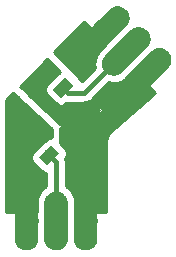
<source format=gbr>
G04 #@! TF.GenerationSoftware,KiCad,Pcbnew,(2017-05-31 revision c0bb8a30c)-makepkg*
G04 #@! TF.CreationDate,2017-07-13T16:12:16-05:00*
G04 #@! TF.ProjectId,45 Neo,3435204E656F2E6B696361645F706362,rev?*
G04 #@! TF.FileFunction,Copper,L1,Top,Signal*
G04 #@! TF.FilePolarity,Positive*
%FSLAX46Y46*%
G04 Gerber Fmt 4.6, Leading zero omitted, Abs format (unit mm)*
G04 Created by KiCad (PCBNEW (2017-05-31 revision c0bb8a30c)-makepkg) date 07/13/17 16:12:16*
%MOMM*%
%LPD*%
G01*
G04 APERTURE LIST*
%ADD10C,0.100000*%
%ADD11C,0.600000*%
%ADD12C,2.000000*%
%ADD13C,1.000000*%
%ADD14C,0.750000*%
%ADD15C,0.400000*%
%ADD16C,0.254000*%
G04 APERTURE END LIST*
D10*
D11*
X4950000Y4800000D03*
X1850000Y5200000D03*
X6100000Y1100000D03*
D10*
G36*
X8916140Y6077776D02*
X9013213Y6063376D01*
X9108408Y6039531D01*
X9200806Y6006471D01*
X9289520Y5964512D01*
X9373693Y5914061D01*
X9452516Y5855601D01*
X9525230Y5789698D01*
X9525232Y5789696D01*
X9591135Y5716982D01*
X9649595Y5638159D01*
X9700046Y5553986D01*
X9742005Y5465272D01*
X9775065Y5372874D01*
X9798910Y5277679D01*
X9813310Y5180606D01*
X9818125Y5082589D01*
X9813310Y4984572D01*
X9798910Y4887499D01*
X9775065Y4792304D01*
X9742005Y4699906D01*
X9700046Y4611192D01*
X9649595Y4527019D01*
X9591135Y4448196D01*
X9525232Y4375482D01*
X7403912Y2254162D01*
X7331198Y2188259D01*
X7252375Y2129799D01*
X7168202Y2079348D01*
X7079488Y2037389D01*
X6987090Y2004329D01*
X6891895Y1980484D01*
X6794822Y1966084D01*
X6696805Y1961269D01*
X6598788Y1966084D01*
X6501715Y1980484D01*
X6406520Y2004329D01*
X6314122Y2037389D01*
X6225408Y2079348D01*
X6141235Y2129799D01*
X6062412Y2188259D01*
X5989698Y2254162D01*
X5989696Y2254164D01*
X5923793Y2326878D01*
X5865333Y2405701D01*
X5814882Y2489874D01*
X5772923Y2578588D01*
X5739863Y2670986D01*
X5716018Y2766181D01*
X5701618Y2863254D01*
X5696803Y2961271D01*
X5701618Y3059288D01*
X5716018Y3156361D01*
X5739863Y3251556D01*
X5772923Y3343954D01*
X5814882Y3432668D01*
X5865333Y3516841D01*
X5923793Y3595664D01*
X5989696Y3668378D01*
X8111016Y5789698D01*
X8183730Y5855601D01*
X8262553Y5914061D01*
X8346726Y5964512D01*
X8435440Y6006471D01*
X8527838Y6039531D01*
X8623033Y6063376D01*
X8720106Y6077776D01*
X8818123Y6082591D01*
X8916140Y6077776D01*
X8916140Y6077776D01*
G37*
D12*
X7757464Y4021930D03*
D10*
G36*
X5380606Y9613310D02*
X5477679Y9598910D01*
X5572874Y9575065D01*
X5665272Y9542005D01*
X5753986Y9500046D01*
X5838159Y9449595D01*
X5916982Y9391135D01*
X5989696Y9325232D01*
X5989698Y9325230D01*
X6055601Y9252516D01*
X6114061Y9173693D01*
X6164512Y9089520D01*
X6206471Y9000806D01*
X6239531Y8908408D01*
X6263376Y8813213D01*
X6277776Y8716140D01*
X6282591Y8618123D01*
X6277776Y8520106D01*
X6263376Y8423033D01*
X6239531Y8327838D01*
X6206471Y8235440D01*
X6164512Y8146726D01*
X6114061Y8062553D01*
X6055601Y7983730D01*
X5989698Y7911016D01*
X3868378Y5789696D01*
X3795664Y5723793D01*
X3716841Y5665333D01*
X3632668Y5614882D01*
X3543954Y5572923D01*
X3451556Y5539863D01*
X3356361Y5516018D01*
X3259288Y5501618D01*
X3161271Y5496803D01*
X3063254Y5501618D01*
X2966181Y5516018D01*
X2870986Y5539863D01*
X2778588Y5572923D01*
X2689874Y5614882D01*
X2605701Y5665333D01*
X2526878Y5723793D01*
X2454164Y5789696D01*
X2454162Y5789698D01*
X2388259Y5862412D01*
X2329799Y5941235D01*
X2279348Y6025408D01*
X2237389Y6114122D01*
X2204329Y6206520D01*
X2180484Y6301715D01*
X2166084Y6398788D01*
X2161269Y6496805D01*
X2166084Y6594822D01*
X2180484Y6691895D01*
X2204329Y6787090D01*
X2237389Y6879488D01*
X2279348Y6968202D01*
X2329799Y7052375D01*
X2388259Y7131198D01*
X2454162Y7203912D01*
X4575482Y9325232D01*
X4648196Y9391135D01*
X4727019Y9449595D01*
X4811192Y9500046D01*
X4899906Y9542005D01*
X4992304Y9575065D01*
X5087499Y9598910D01*
X5184572Y9613310D01*
X5282589Y9618125D01*
X5380606Y9613310D01*
X5380606Y9613310D01*
G37*
D12*
X4221930Y7557464D03*
D10*
G36*
X7148373Y7845543D02*
X7245446Y7831143D01*
X7340641Y7807298D01*
X7433039Y7774238D01*
X7521753Y7732279D01*
X7605926Y7681828D01*
X7684749Y7623368D01*
X7757463Y7557465D01*
X7757465Y7557463D01*
X7823368Y7484749D01*
X7881828Y7405926D01*
X7932279Y7321753D01*
X7974238Y7233039D01*
X8007298Y7140641D01*
X8031143Y7045446D01*
X8045543Y6948373D01*
X8050358Y6850356D01*
X8045543Y6752339D01*
X8031143Y6655266D01*
X8007298Y6560071D01*
X7974238Y6467673D01*
X7932279Y6378959D01*
X7881828Y6294786D01*
X7823368Y6215963D01*
X7757465Y6143249D01*
X5636145Y4021929D01*
X5563431Y3956026D01*
X5484608Y3897566D01*
X5400435Y3847115D01*
X5311721Y3805156D01*
X5219323Y3772096D01*
X5124128Y3748251D01*
X5027055Y3733851D01*
X4929038Y3729036D01*
X4831021Y3733851D01*
X4733948Y3748251D01*
X4638753Y3772096D01*
X4546355Y3805156D01*
X4457641Y3847115D01*
X4373468Y3897566D01*
X4294645Y3956026D01*
X4221931Y4021929D01*
X4221929Y4021931D01*
X4156026Y4094645D01*
X4097566Y4173468D01*
X4047115Y4257641D01*
X4005156Y4346355D01*
X3972096Y4438753D01*
X3948251Y4533948D01*
X3933851Y4631021D01*
X3929036Y4729038D01*
X3933851Y4827055D01*
X3948251Y4924128D01*
X3972096Y5019323D01*
X4005156Y5111721D01*
X4047115Y5200435D01*
X4097566Y5284608D01*
X4156026Y5363431D01*
X4221929Y5436145D01*
X6343249Y7557465D01*
X6415963Y7623368D01*
X6494786Y7681828D01*
X6578959Y7732279D01*
X6667673Y7774238D01*
X6760071Y7807298D01*
X6855266Y7831143D01*
X6952339Y7845543D01*
X7050356Y7850358D01*
X7148373Y7845543D01*
X7148373Y7845543D01*
G37*
D12*
X5989697Y5789697D03*
D13*
X-2813782Y-751041D03*
D10*
G36*
X-2637005Y132842D02*
X-1929899Y-574264D01*
X-2990559Y-1634924D01*
X-3697665Y-927818D01*
X-2637005Y132842D01*
X-2637005Y132842D01*
G37*
D13*
X-551041Y-3013782D03*
D10*
G36*
X-374264Y-2129899D02*
X332842Y-2837005D01*
X-727818Y-3897665D01*
X-1434924Y-3190559D01*
X-374264Y-2129899D01*
X-374264Y-2129899D01*
G37*
D13*
X2913782Y451041D03*
D10*
G36*
X3090559Y1334924D02*
X3797665Y627818D01*
X2737005Y-432842D01*
X2029899Y274264D01*
X3090559Y1334924D01*
X3090559Y1334924D01*
G37*
D13*
X651041Y2713782D03*
D10*
G36*
X827818Y3597665D02*
X1534924Y2890559D01*
X474264Y1829899D01*
X-232842Y2537005D01*
X827818Y3597665D01*
X827818Y3597665D01*
G37*
G36*
X148018Y-6054815D02*
X245091Y-6069215D01*
X340286Y-6093060D01*
X432684Y-6126120D01*
X521398Y-6168079D01*
X605571Y-6218530D01*
X684394Y-6276990D01*
X757108Y-6342893D01*
X823011Y-6415607D01*
X881471Y-6494430D01*
X931922Y-6578603D01*
X973881Y-6667317D01*
X1006941Y-6759715D01*
X1030786Y-6854910D01*
X1045186Y-6951983D01*
X1050001Y-7050000D01*
X1050001Y-10050000D01*
X1045186Y-10148017D01*
X1030786Y-10245090D01*
X1006941Y-10340285D01*
X973881Y-10432683D01*
X931922Y-10521397D01*
X881471Y-10605570D01*
X823011Y-10684393D01*
X757108Y-10757107D01*
X684394Y-10823010D01*
X605571Y-10881470D01*
X521398Y-10931921D01*
X432684Y-10973880D01*
X340286Y-11006940D01*
X245091Y-11030785D01*
X148018Y-11045185D01*
X50001Y-11050000D01*
X49999Y-11050000D01*
X-48018Y-11045185D01*
X-145091Y-11030785D01*
X-240286Y-11006940D01*
X-332684Y-10973880D01*
X-421398Y-10931921D01*
X-505571Y-10881470D01*
X-584394Y-10823010D01*
X-657108Y-10757107D01*
X-723011Y-10684393D01*
X-781471Y-10605570D01*
X-831922Y-10521397D01*
X-873881Y-10432683D01*
X-906941Y-10340285D01*
X-930786Y-10245090D01*
X-945186Y-10148017D01*
X-950001Y-10050000D01*
X-950001Y-7050000D01*
X-945186Y-6951983D01*
X-930786Y-6854910D01*
X-906941Y-6759715D01*
X-873881Y-6667317D01*
X-831922Y-6578603D01*
X-781471Y-6494430D01*
X-723011Y-6415607D01*
X-657108Y-6342893D01*
X-584394Y-6276990D01*
X-505571Y-6218530D01*
X-421398Y-6168079D01*
X-332684Y-6126120D01*
X-240286Y-6093060D01*
X-145091Y-6069215D01*
X-48018Y-6054815D01*
X49999Y-6050000D01*
X50001Y-6050000D01*
X148018Y-6054815D01*
X148018Y-6054815D01*
G37*
D12*
X50000Y-8550000D03*
D10*
G36*
X2648018Y-6054815D02*
X2745091Y-6069215D01*
X2840286Y-6093060D01*
X2932684Y-6126120D01*
X3021398Y-6168079D01*
X3105571Y-6218530D01*
X3184394Y-6276990D01*
X3257108Y-6342893D01*
X3323011Y-6415607D01*
X3381471Y-6494430D01*
X3431922Y-6578603D01*
X3473881Y-6667317D01*
X3506941Y-6759715D01*
X3530786Y-6854910D01*
X3545186Y-6951983D01*
X3550001Y-7050000D01*
X3550001Y-10050000D01*
X3545186Y-10148017D01*
X3530786Y-10245090D01*
X3506941Y-10340285D01*
X3473881Y-10432683D01*
X3431922Y-10521397D01*
X3381471Y-10605570D01*
X3323011Y-10684393D01*
X3257108Y-10757107D01*
X3184394Y-10823010D01*
X3105571Y-10881470D01*
X3021398Y-10931921D01*
X2932684Y-10973880D01*
X2840286Y-11006940D01*
X2745091Y-11030785D01*
X2648018Y-11045185D01*
X2550001Y-11050000D01*
X2549999Y-11050000D01*
X2451982Y-11045185D01*
X2354909Y-11030785D01*
X2259714Y-11006940D01*
X2167316Y-10973880D01*
X2078602Y-10931921D01*
X1994429Y-10881470D01*
X1915606Y-10823010D01*
X1842892Y-10757107D01*
X1776989Y-10684393D01*
X1718529Y-10605570D01*
X1668078Y-10521397D01*
X1626119Y-10432683D01*
X1593059Y-10340285D01*
X1569214Y-10245090D01*
X1554814Y-10148017D01*
X1549999Y-10050000D01*
X1549999Y-7050000D01*
X1554814Y-6951983D01*
X1569214Y-6854910D01*
X1593059Y-6759715D01*
X1626119Y-6667317D01*
X1668078Y-6578603D01*
X1718529Y-6494430D01*
X1776989Y-6415607D01*
X1842892Y-6342893D01*
X1915606Y-6276990D01*
X1994429Y-6218530D01*
X2078602Y-6168079D01*
X2167316Y-6126120D01*
X2259714Y-6093060D01*
X2354909Y-6069215D01*
X2451982Y-6054815D01*
X2549999Y-6050000D01*
X2550001Y-6050000D01*
X2648018Y-6054815D01*
X2648018Y-6054815D01*
G37*
D12*
X2550000Y-8550000D03*
D10*
G36*
X-2351982Y-6054815D02*
X-2254909Y-6069215D01*
X-2159714Y-6093060D01*
X-2067316Y-6126120D01*
X-1978602Y-6168079D01*
X-1894429Y-6218530D01*
X-1815606Y-6276990D01*
X-1742892Y-6342893D01*
X-1676989Y-6415607D01*
X-1618529Y-6494430D01*
X-1568078Y-6578603D01*
X-1526119Y-6667317D01*
X-1493059Y-6759715D01*
X-1469214Y-6854910D01*
X-1454814Y-6951983D01*
X-1449999Y-7050000D01*
X-1449999Y-10050000D01*
X-1454814Y-10148017D01*
X-1469214Y-10245090D01*
X-1493059Y-10340285D01*
X-1526119Y-10432683D01*
X-1568078Y-10521397D01*
X-1618529Y-10605570D01*
X-1676989Y-10684393D01*
X-1742892Y-10757107D01*
X-1815606Y-10823010D01*
X-1894429Y-10881470D01*
X-1978602Y-10931921D01*
X-2067316Y-10973880D01*
X-2159714Y-11006940D01*
X-2254909Y-11030785D01*
X-2351982Y-11045185D01*
X-2449999Y-11050000D01*
X-2450001Y-11050000D01*
X-2548018Y-11045185D01*
X-2645091Y-11030785D01*
X-2740286Y-11006940D01*
X-2832684Y-10973880D01*
X-2921398Y-10931921D01*
X-3005571Y-10881470D01*
X-3084394Y-10823010D01*
X-3157108Y-10757107D01*
X-3223011Y-10684393D01*
X-3281471Y-10605570D01*
X-3331922Y-10521397D01*
X-3373881Y-10432683D01*
X-3406941Y-10340285D01*
X-3430786Y-10245090D01*
X-3445186Y-10148017D01*
X-3450001Y-10050000D01*
X-3450001Y-7050000D01*
X-3445186Y-6951983D01*
X-3430786Y-6854910D01*
X-3406941Y-6759715D01*
X-3373881Y-6667317D01*
X-3331922Y-6578603D01*
X-3281471Y-6494430D01*
X-3223011Y-6415607D01*
X-3157108Y-6342893D01*
X-3084394Y-6276990D01*
X-3005571Y-6218530D01*
X-2921398Y-6168079D01*
X-2832684Y-6126120D01*
X-2740286Y-6093060D01*
X-2645091Y-6069215D01*
X-2548018Y-6054815D01*
X-2450001Y-6050000D01*
X-2449999Y-6050000D01*
X-2351982Y-6054815D01*
X-2351982Y-6054815D01*
G37*
D12*
X-2450000Y-8550000D03*
D11*
X-3450000Y-5150000D03*
X1100000Y5900000D03*
X50000Y-7150000D03*
X3550000Y-5150000D03*
X5300000Y1850000D03*
D14*
X-2219670Y2730330D03*
D10*
G36*
X-2201992Y3278338D02*
X-1671662Y2748008D01*
X-2237348Y2182322D01*
X-2767678Y2712652D01*
X-2201992Y3278338D01*
X-2201992Y3278338D01*
G37*
D14*
X-3280330Y1669670D03*
D10*
G36*
X-3262652Y2217678D02*
X-2732322Y1687348D01*
X-3298008Y1121662D01*
X-3828338Y1651992D01*
X-3262652Y2217678D01*
X-3262652Y2217678D01*
G37*
D11*
X50000Y-9950000D03*
X-2450000Y-5150000D03*
X2550000Y-5150000D03*
D15*
X2913782Y451041D02*
X3901041Y451041D01*
X3901041Y451041D02*
X5300000Y1850000D01*
X7757464Y4021930D02*
X7471930Y4021930D01*
X7471930Y4021930D02*
X5300000Y1850000D01*
X2550000Y-5150000D02*
X2550000Y-8550000D01*
X1850000Y5200000D02*
X1864466Y5200000D01*
X1864466Y5200000D02*
X4221930Y7557464D01*
X-2450000Y-5150000D02*
X-2450000Y-8550000D01*
X50000Y-7150000D02*
X50000Y-3614823D01*
X50000Y-3614823D02*
X-551041Y-3013782D01*
X651041Y2713782D02*
X1075304Y2289519D01*
X1075304Y2289519D02*
X2439519Y2289519D01*
X2439519Y2289519D02*
X4650001Y4500001D01*
X4650001Y4500001D02*
X4950000Y4800000D01*
D16*
G36*
X409703Y4075990D02*
X376633Y4048850D01*
X-684027Y2988190D01*
X-763379Y2891499D01*
X-822344Y2781185D01*
X-858654Y2661487D01*
X-870914Y2537005D01*
X-858654Y2412523D01*
X-822344Y2292825D01*
X-763379Y2182511D01*
X-684027Y2085820D01*
X23079Y1378714D01*
X119770Y1299362D01*
X230084Y1240397D01*
X349782Y1204087D01*
X474264Y1191827D01*
X598746Y1204087D01*
X718444Y1240397D01*
X828758Y1299362D01*
X925449Y1378714D01*
X1007620Y1460885D01*
X1063646Y1454600D01*
X1072228Y1454540D01*
X1072389Y1454524D01*
X1072539Y1454538D01*
X1075304Y1454519D01*
X2439519Y1454519D01*
X2516266Y1462044D01*
X2593119Y1468768D01*
X2597333Y1469992D01*
X2601705Y1470421D01*
X2675600Y1492731D01*
X2749611Y1514234D01*
X2753505Y1516253D01*
X2757713Y1517523D01*
X2825830Y1553742D01*
X2894293Y1589229D01*
X2897726Y1591970D01*
X2901601Y1594030D01*
X2910181Y1601028D01*
X3716376Y803059D01*
X2463715Y-356812D01*
X2460197Y-360197D01*
X1446865Y-1373529D01*
X-2183564Y2007753D01*
X-2201785Y2041842D01*
X-2281137Y2138533D01*
X-2811467Y2668863D01*
X-2908158Y2748215D01*
X-3018472Y2807180D01*
X-3041083Y2814039D01*
X-685701Y5160217D01*
X409703Y4075990D01*
X409703Y4075990D01*
G37*
X409703Y4075990D02*
X376633Y4048850D01*
X-684027Y2988190D01*
X-763379Y2891499D01*
X-822344Y2781185D01*
X-858654Y2661487D01*
X-870914Y2537005D01*
X-858654Y2412523D01*
X-822344Y2292825D01*
X-763379Y2182511D01*
X-684027Y2085820D01*
X23079Y1378714D01*
X119770Y1299362D01*
X230084Y1240397D01*
X349782Y1204087D01*
X474264Y1191827D01*
X598746Y1204087D01*
X718444Y1240397D01*
X828758Y1299362D01*
X925449Y1378714D01*
X1007620Y1460885D01*
X1063646Y1454600D01*
X1072228Y1454540D01*
X1072389Y1454524D01*
X1072539Y1454538D01*
X1075304Y1454519D01*
X2439519Y1454519D01*
X2516266Y1462044D01*
X2593119Y1468768D01*
X2597333Y1469992D01*
X2601705Y1470421D01*
X2675600Y1492731D01*
X2749611Y1514234D01*
X2753505Y1516253D01*
X2757713Y1517523D01*
X2825830Y1553742D01*
X2894293Y1589229D01*
X2897726Y1591970D01*
X2901601Y1594030D01*
X2910181Y1601028D01*
X3716376Y803059D01*
X2463715Y-356812D01*
X2460197Y-360197D01*
X1446865Y-1373529D01*
X-2183564Y2007753D01*
X-2201785Y2041842D01*
X-2281137Y2138533D01*
X-2811467Y2668863D01*
X-2908158Y2748215D01*
X-3018472Y2807180D01*
X-3041083Y2814039D01*
X-685701Y5160217D01*
X409703Y4075990D01*
G36*
X-277000Y-809278D02*
X-277000Y-1501406D01*
X-374264Y-1491827D01*
X-498746Y-1504087D01*
X-618444Y-1540397D01*
X-728758Y-1599362D01*
X-825449Y-1678714D01*
X-1886109Y-2739374D01*
X-1965461Y-2836065D01*
X-2024426Y-2946379D01*
X-2060736Y-3066077D01*
X-2072996Y-3190559D01*
X-2060736Y-3315041D01*
X-2024426Y-3434739D01*
X-1965461Y-3545053D01*
X-1886109Y-3641744D01*
X-1179003Y-4348850D01*
X-1082312Y-4428202D01*
X-971998Y-4487167D01*
X-852300Y-4523477D01*
X-785000Y-4530105D01*
X-785000Y-5647870D01*
X-860065Y-5687993D01*
X-1108293Y-5891708D01*
X-1312008Y-6139936D01*
X-1463382Y-6423137D01*
X-1556598Y-6730428D01*
X-1588073Y-7050000D01*
X-1588073Y-7815000D01*
X-4215000Y-7815000D01*
X-4215000Y1644710D01*
X-3585283Y2271966D01*
X-277000Y-809278D01*
X-277000Y-809278D01*
G37*
X-277000Y-809278D02*
X-277000Y-1501406D01*
X-374264Y-1491827D01*
X-498746Y-1504087D01*
X-618444Y-1540397D01*
X-728758Y-1599362D01*
X-825449Y-1678714D01*
X-1886109Y-2739374D01*
X-1965461Y-2836065D01*
X-2024426Y-2946379D01*
X-2060736Y-3066077D01*
X-2072996Y-3190559D01*
X-2060736Y-3315041D01*
X-2024426Y-3434739D01*
X-1965461Y-3545053D01*
X-1886109Y-3641744D01*
X-1179003Y-4348850D01*
X-1082312Y-4428202D01*
X-971998Y-4487167D01*
X-852300Y-4523477D01*
X-785000Y-4530105D01*
X-785000Y-5647870D01*
X-860065Y-5687993D01*
X-1108293Y-5891708D01*
X-1312008Y-6139936D01*
X-1463382Y-6423137D01*
X-1556598Y-6730428D01*
X-1588073Y-7050000D01*
X-1588073Y-7815000D01*
X-4215000Y-7815000D01*
X-4215000Y1644710D01*
X-3585283Y2271966D01*
X-277000Y-809278D01*
G36*
X4311681Y6428267D02*
X3770744Y5887330D01*
X3567029Y5639102D01*
X3415655Y5355901D01*
X3322439Y5048610D01*
X3290964Y4729038D01*
X3322439Y4409466D01*
X3335510Y4366378D01*
X2272993Y3303861D01*
X-145818Y5697990D01*
X2453148Y8286800D01*
X4311681Y6428267D01*
X4311681Y6428267D01*
G37*
X4311681Y6428267D02*
X3770744Y5887330D01*
X3567029Y5639102D01*
X3415655Y5355901D01*
X3322439Y5048610D01*
X3290964Y4729038D01*
X3322439Y4409466D01*
X3335510Y4366378D01*
X2272993Y3303861D01*
X-145818Y5697990D01*
X2453148Y8286800D01*
X4311681Y6428267D01*
G36*
X8452664Y2287283D02*
X4563332Y-1149201D01*
X4550466Y-1163029D01*
X4535747Y-1174863D01*
X4501701Y-1215437D01*
X4465617Y-1254218D01*
X4455681Y-1270282D01*
X4443542Y-1284749D01*
X4418026Y-1331162D01*
X4390160Y-1376216D01*
X4383533Y-1393905D01*
X4374436Y-1410453D01*
X4358421Y-1460939D01*
X4339837Y-1510546D01*
X4336773Y-1529183D01*
X4331062Y-1547185D01*
X4325158Y-1599819D01*
X4316563Y-1652092D01*
X4317177Y-1670972D01*
X4315072Y-1689738D01*
X4315000Y-1700000D01*
X4315000Y-7815000D01*
X1688073Y-7815000D01*
X1688073Y-7050000D01*
X1656598Y-6730428D01*
X1563382Y-6423137D01*
X1412008Y-6139936D01*
X1208293Y-5891708D01*
X960065Y-5687993D01*
X885000Y-5647870D01*
X885000Y-3614823D01*
X877471Y-3538031D01*
X870751Y-3461223D01*
X869527Y-3457009D01*
X869098Y-3452637D01*
X846792Y-3378756D01*
X825285Y-3304730D01*
X823266Y-3300834D01*
X821996Y-3296629D01*
X804345Y-3263432D01*
X863379Y-3191499D01*
X922344Y-3081185D01*
X958654Y-2961487D01*
X970914Y-2837005D01*
X958654Y-2712523D01*
X922344Y-2592825D01*
X863379Y-2482511D01*
X784027Y-2385820D01*
X377000Y-1978793D01*
X377000Y-724189D01*
X1363443Y-1642935D01*
X1401399Y-1667333D01*
X1450000Y-1677000D01*
X1498601Y-1667333D01*
X1539803Y-1639803D01*
X2638081Y-541526D01*
X3986285Y706812D01*
X4017580Y752002D01*
X4026998Y800651D01*
X4017082Y849202D01*
X3989341Y890262D01*
X3100702Y1769834D01*
X4489652Y3158784D01*
X4609466Y3122439D01*
X4929038Y3090964D01*
X5248610Y3122439D01*
X5555901Y3215655D01*
X5839102Y3367029D01*
X6087330Y3570744D01*
X6150002Y3633416D01*
X6170557Y3644403D01*
X6192075Y3662529D01*
X6438319Y3921733D01*
X6628267Y4111681D01*
X8452664Y2287283D01*
X8452664Y2287283D01*
G37*
X8452664Y2287283D02*
X4563332Y-1149201D01*
X4550466Y-1163029D01*
X4535747Y-1174863D01*
X4501701Y-1215437D01*
X4465617Y-1254218D01*
X4455681Y-1270282D01*
X4443542Y-1284749D01*
X4418026Y-1331162D01*
X4390160Y-1376216D01*
X4383533Y-1393905D01*
X4374436Y-1410453D01*
X4358421Y-1460939D01*
X4339837Y-1510546D01*
X4336773Y-1529183D01*
X4331062Y-1547185D01*
X4325158Y-1599819D01*
X4316563Y-1652092D01*
X4317177Y-1670972D01*
X4315072Y-1689738D01*
X4315000Y-1700000D01*
X4315000Y-7815000D01*
X1688073Y-7815000D01*
X1688073Y-7050000D01*
X1656598Y-6730428D01*
X1563382Y-6423137D01*
X1412008Y-6139936D01*
X1208293Y-5891708D01*
X960065Y-5687993D01*
X885000Y-5647870D01*
X885000Y-3614823D01*
X877471Y-3538031D01*
X870751Y-3461223D01*
X869527Y-3457009D01*
X869098Y-3452637D01*
X846792Y-3378756D01*
X825285Y-3304730D01*
X823266Y-3300834D01*
X821996Y-3296629D01*
X804345Y-3263432D01*
X863379Y-3191499D01*
X922344Y-3081185D01*
X958654Y-2961487D01*
X970914Y-2837005D01*
X958654Y-2712523D01*
X922344Y-2592825D01*
X863379Y-2482511D01*
X784027Y-2385820D01*
X377000Y-1978793D01*
X377000Y-724189D01*
X1363443Y-1642935D01*
X1401399Y-1667333D01*
X1450000Y-1677000D01*
X1498601Y-1667333D01*
X1539803Y-1639803D01*
X2638081Y-541526D01*
X3986285Y706812D01*
X4017580Y752002D01*
X4026998Y800651D01*
X4017082Y849202D01*
X3989341Y890262D01*
X3100702Y1769834D01*
X4489652Y3158784D01*
X4609466Y3122439D01*
X4929038Y3090964D01*
X5248610Y3122439D01*
X5555901Y3215655D01*
X5839102Y3367029D01*
X6087330Y3570744D01*
X6150002Y3633416D01*
X6170557Y3644403D01*
X6192075Y3662529D01*
X6438319Y3921733D01*
X6628267Y4111681D01*
X8452664Y2287283D01*
M02*

</source>
